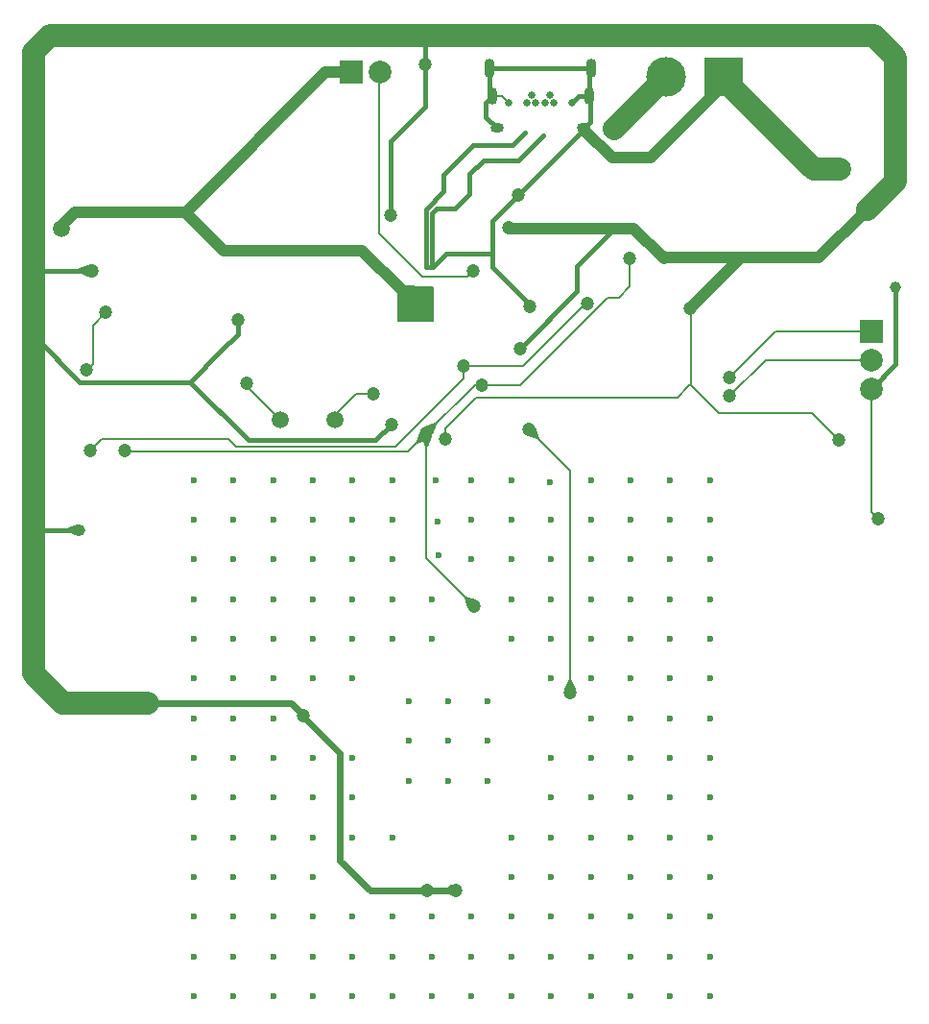
<source format=gbl>
%TF.GenerationSoftware,KiCad,Pcbnew,9.0.1*%
%TF.CreationDate,2025-04-14T20:06:37-03:00*%
%TF.ProjectId,SRAD_computer,53524144-5f63-46f6-9d70-757465722e6b,rev?*%
%TF.SameCoordinates,Original*%
%TF.FileFunction,Copper,L2,Bot*%
%TF.FilePolarity,Positive*%
%FSLAX46Y46*%
G04 Gerber Fmt 4.6, Leading zero omitted, Abs format (unit mm)*
G04 Created by KiCad (PCBNEW 9.0.1) date 2025-04-14 20:06:37*
%MOMM*%
%LPD*%
G01*
G04 APERTURE LIST*
%TA.AperFunction,ComponentPad*%
%ADD10C,0.650000*%
%TD*%
%TA.AperFunction,ComponentPad*%
%ADD11O,0.900000X1.700000*%
%TD*%
%TA.AperFunction,ComponentPad*%
%ADD12O,0.900000X1.500000*%
%TD*%
%TA.AperFunction,ComponentPad*%
%ADD13O,1.150000X0.900000*%
%TD*%
%TA.AperFunction,ComponentPad*%
%ADD14C,1.500000*%
%TD*%
%TA.AperFunction,ComponentPad*%
%ADD15R,2.000000X2.000000*%
%TD*%
%TA.AperFunction,ComponentPad*%
%ADD16C,2.000000*%
%TD*%
%TA.AperFunction,ComponentPad*%
%ADD17R,3.500000X3.500000*%
%TD*%
%TA.AperFunction,ComponentPad*%
%ADD18C,3.500000*%
%TD*%
%TA.AperFunction,ComponentPad*%
%ADD19C,0.600000*%
%TD*%
%TA.AperFunction,ViaPad*%
%ADD20C,0.600000*%
%TD*%
%TA.AperFunction,ViaPad*%
%ADD21C,1.200000*%
%TD*%
%TA.AperFunction,ViaPad*%
%ADD22C,1.500000*%
%TD*%
%TA.AperFunction,ViaPad*%
%ADD23C,2.000000*%
%TD*%
%TA.AperFunction,ViaPad*%
%ADD24C,1.000000*%
%TD*%
%TA.AperFunction,Conductor*%
%ADD25C,1.000000*%
%TD*%
%TA.AperFunction,Conductor*%
%ADD26C,0.400000*%
%TD*%
%TA.AperFunction,Conductor*%
%ADD27C,0.200000*%
%TD*%
%TA.AperFunction,Conductor*%
%ADD28C,2.000000*%
%TD*%
%TA.AperFunction,Conductor*%
%ADD29C,0.600000*%
%TD*%
G04 APERTURE END LIST*
D10*
%TO.P,J7,B1,GND__2*%
%TO.N,GND*%
X99780000Y-42990000D03*
%TO.P,J7,B4,VBUS__2*%
%TO.N,VBUS*%
X101380000Y-42990000D03*
%TO.P,J7,B5,CC2*%
%TO.N,unconnected-(J7-CC2-PadB5)*%
X101780000Y-42290000D03*
%TO.P,J7,B6,DP2*%
%TO.N,/USB_D+*%
X102180000Y-42990000D03*
%TO.P,J7,B7,DN2*%
%TO.N,/USB_D-*%
X102980000Y-42990000D03*
%TO.P,J7,B8,SBU2*%
%TO.N,unconnected-(J7-SBU2-PadB8)*%
X103380000Y-42290000D03*
%TO.P,J7,B9,VBUS__3*%
%TO.N,VBUS*%
X103780000Y-42990000D03*
%TO.P,J7,B12,GND__3*%
%TO.N,GND*%
X105380000Y-42990000D03*
D11*
%TO.P,J7,SH1,SHIELD*%
X107080000Y-39870000D03*
D12*
%TO.P,J7,SH2,SHIELD__1*%
X106855000Y-42390000D03*
D13*
%TO.P,J7,SH3,SHIELD__2*%
X106425000Y-45190000D03*
%TO.P,J7,SH4,SHIELD__3*%
X98735000Y-45190000D03*
D12*
%TO.P,J7,SH5,SHIELD__4*%
X98305000Y-42390000D03*
D11*
%TO.P,J7,SH6,SHIELD__5*%
X98080000Y-39870000D03*
%TD*%
D14*
%TO.P,Y1,1,1*%
%TO.N,Net-(C3-Pad1)*%
X79590000Y-70882984D03*
%TO.P,Y1,2,2*%
%TO.N,/XIN*%
X84470000Y-70882984D03*
%TD*%
D15*
%TO.P,J5,1,1*%
%TO.N,/UART_Rx*%
X131810000Y-63105000D03*
D16*
%TO.P,J5,2,2*%
%TO.N,/UART_Tx*%
X131810000Y-65645000D03*
%TO.P,J5,3,3*%
%TO.N,GND*%
X131810000Y-68185000D03*
%TD*%
D15*
%TO.P,J1,1,1*%
%TO.N,GND*%
X85860000Y-40270000D03*
D16*
%TO.P,J1,2,2*%
%TO.N,/servo*%
X88400000Y-40270000D03*
%TD*%
D17*
%TO.P,J4,1,1*%
%TO.N,GND*%
X118770000Y-40642836D03*
D18*
%TO.P,J4,2,2*%
%TO.N,VBUS*%
X113690000Y-40642836D03*
%TD*%
D19*
%TO.P,U3,57,GND*%
%TO.N,GND*%
X90275000Y-59412836D03*
X90275000Y-60687836D03*
X90275000Y-61962836D03*
X91550000Y-59412836D03*
X91550000Y-60687836D03*
X91550000Y-61962836D03*
X92825000Y-59412836D03*
X92825000Y-60687836D03*
X92825000Y-61962836D03*
%TD*%
D20*
%TO.N,GND*%
X117520000Y-118202984D03*
X110520000Y-121702984D03*
X79020000Y-90202984D03*
X103520000Y-118202984D03*
X117520000Y-83202984D03*
X72020000Y-118202984D03*
X96520000Y-83202984D03*
X100020000Y-111202984D03*
X100020000Y-90202984D03*
X89520000Y-118202984D03*
X72020000Y-76202984D03*
X114020000Y-90202984D03*
X72020000Y-79702984D03*
X114020000Y-79702984D03*
X79020000Y-79702984D03*
X107020000Y-100702984D03*
X100020000Y-86702984D03*
X117520000Y-107702984D03*
X103520000Y-86702984D03*
X72020000Y-90202984D03*
X107020000Y-86702984D03*
X94460000Y-102702984D03*
D21*
X100636492Y-51076492D03*
D20*
X86020000Y-86702984D03*
X93370000Y-76210000D03*
X90960000Y-102702984D03*
X103520000Y-114702984D03*
X114020000Y-93702984D03*
X96520000Y-114702984D03*
X110520000Y-90202984D03*
X75520000Y-114702984D03*
X72020000Y-104202984D03*
X117520000Y-97202984D03*
X72020000Y-107702984D03*
X82520000Y-111202984D03*
X100020000Y-114702984D03*
X114020000Y-86702984D03*
D21*
X64240000Y-61432836D03*
D20*
X82520000Y-100702984D03*
X103520000Y-107702984D03*
X117520000Y-104202984D03*
X72020000Y-86702984D03*
X79020000Y-76202984D03*
X107020000Y-121702984D03*
X107020000Y-76202984D03*
X100020000Y-83202984D03*
X79020000Y-97202984D03*
X117520000Y-114702984D03*
X82520000Y-118202984D03*
X75520000Y-86702984D03*
X107020000Y-93702984D03*
X90960000Y-99202984D03*
X107020000Y-79702984D03*
X82520000Y-79702984D03*
X86020000Y-76202984D03*
X93020000Y-90202984D03*
X86020000Y-114702984D03*
X79020000Y-93702984D03*
X114020000Y-97202984D03*
D21*
X62534328Y-66528508D03*
D20*
X103400000Y-76430000D03*
X100020000Y-107702984D03*
X93510000Y-79910000D03*
X75520000Y-100702984D03*
X96520000Y-76202984D03*
X75520000Y-97202984D03*
X93020000Y-86702984D03*
X79020000Y-104202984D03*
X97960000Y-95702984D03*
X86020000Y-104202984D03*
X72020000Y-114702984D03*
X82520000Y-104202984D03*
X110520000Y-97202984D03*
X103520000Y-83202984D03*
X72020000Y-97202984D03*
X107020000Y-83202984D03*
X89520000Y-114702984D03*
X114020000Y-76202984D03*
X110520000Y-104202984D03*
X75520000Y-121702984D03*
X110520000Y-107702984D03*
X75520000Y-104202984D03*
X117520000Y-86702984D03*
X79020000Y-86702984D03*
X93020000Y-121702984D03*
X103520000Y-90202984D03*
D21*
X101630000Y-60872984D03*
D20*
X79020000Y-100702984D03*
X117520000Y-121702984D03*
X82520000Y-121702984D03*
X107020000Y-97202984D03*
X82520000Y-93702984D03*
X110520000Y-86702984D03*
X93020000Y-118202984D03*
X94460000Y-95702984D03*
X100020000Y-76202984D03*
X75520000Y-83202984D03*
X100020000Y-118202984D03*
X117520000Y-93702984D03*
X93020000Y-114702984D03*
X93560000Y-82810000D03*
X103520000Y-121702984D03*
X89520000Y-86702984D03*
X117520000Y-100702984D03*
X86020000Y-100702984D03*
X100020000Y-79702984D03*
X110520000Y-111202984D03*
X107020000Y-118202984D03*
X114020000Y-83202984D03*
X110520000Y-76202984D03*
X114020000Y-104202984D03*
X72020000Y-121702984D03*
X107020000Y-111202984D03*
X103520000Y-100702984D03*
X75520000Y-93702984D03*
X72020000Y-93702984D03*
X86020000Y-121702984D03*
X86020000Y-90202984D03*
X82520000Y-114702984D03*
D21*
X132358091Y-79591909D03*
D20*
X89520000Y-121702984D03*
X110520000Y-83202984D03*
X82520000Y-76202984D03*
X89520000Y-83202984D03*
X110520000Y-79702984D03*
X96520000Y-79702984D03*
X72020000Y-83202984D03*
X114020000Y-111202984D03*
X114020000Y-118202984D03*
X117520000Y-90202984D03*
X107020000Y-90202984D03*
X110520000Y-114702984D03*
X96520000Y-118202984D03*
X79020000Y-111202984D03*
X94460000Y-99202984D03*
X117520000Y-111202984D03*
X82520000Y-86702984D03*
X110520000Y-118202984D03*
X75520000Y-90202984D03*
X96520000Y-121702984D03*
X107020000Y-107702984D03*
X89520000Y-76202984D03*
X97960000Y-102702984D03*
X90960000Y-95702984D03*
X79020000Y-83202984D03*
X117520000Y-76202984D03*
X72020000Y-111202984D03*
X114020000Y-107702984D03*
X75520000Y-111202984D03*
X86020000Y-79702984D03*
X110520000Y-93702984D03*
X89520000Y-79702984D03*
X117520000Y-79702984D03*
X89520000Y-90202984D03*
X82520000Y-83202984D03*
X79020000Y-107702984D03*
X75520000Y-118202984D03*
D22*
X60320000Y-54072836D03*
D20*
X86020000Y-93702984D03*
X86020000Y-118202984D03*
X103520000Y-111202984D03*
X114020000Y-121702984D03*
X103520000Y-104202984D03*
X114020000Y-100702984D03*
X79020000Y-118202984D03*
X86020000Y-107702984D03*
X114020000Y-114702984D03*
X72020000Y-100702984D03*
X86020000Y-83202984D03*
X75520000Y-107702984D03*
X75520000Y-76202984D03*
X79020000Y-114702984D03*
D23*
X128990000Y-48832836D03*
D20*
X100020000Y-121702984D03*
X89520000Y-107702984D03*
X79020000Y-121702984D03*
X97960000Y-99202984D03*
X82520000Y-90202984D03*
X107020000Y-114702984D03*
X103520000Y-93702984D03*
X75520000Y-79702984D03*
X82520000Y-107702984D03*
X107020000Y-104202984D03*
X103520000Y-79702984D03*
D24*
X133920000Y-59192984D03*
D20*
X110520000Y-100702984D03*
D23*
%TO.N,VBUS*%
X109065000Y-45267836D03*
D21*
%TO.N,/XIN*%
X87810000Y-68592984D03*
%TO.N,Net-(C3-Pad1)*%
X76690000Y-67682984D03*
%TO.N,+3V3*%
X89330000Y-52822984D03*
X81700000Y-96972984D03*
X94230000Y-72572984D03*
X92620000Y-112362984D03*
X128940000Y-72672984D03*
X95082500Y-112352984D03*
X89430000Y-71322984D03*
X115810000Y-61052984D03*
X75887107Y-62130091D03*
D23*
X131410000Y-52382836D03*
D21*
X92375000Y-39587836D03*
D24*
X61915707Y-80623691D03*
D21*
X100780000Y-64622984D03*
X113460000Y-56622984D03*
X99760000Y-53992984D03*
X63030000Y-57763927D03*
%TO.N,/servo*%
X96680000Y-57772984D03*
%TO.N,/SCL*%
X97380000Y-67822984D03*
X65910000Y-73632984D03*
X92530000Y-72072984D03*
X96770000Y-87352984D03*
X110470000Y-56652984D03*
%TO.N,/SDA*%
X106708603Y-60651587D03*
X101580000Y-71710000D03*
X62880000Y-73632984D03*
X105220000Y-94952984D03*
X95790000Y-66142984D03*
%TO.N,/UART_Rx*%
X119246397Y-67189381D03*
%TO.N,/UART_Tx*%
X119246397Y-68822984D03*
%TD*%
D25*
%TO.N,GND*%
X74672984Y-56002984D02*
X86865148Y-56002984D01*
X83650000Y-40290000D02*
X71357164Y-52582836D01*
D26*
X100730000Y-46070000D02*
X100720000Y-46070000D01*
D27*
X132358091Y-79591909D02*
X131770000Y-79003818D01*
D26*
X106425000Y-45190000D02*
X106956000Y-44659000D01*
X98735000Y-45190000D02*
X97749391Y-44204391D01*
D27*
X62534328Y-66528508D02*
X63110000Y-65952836D01*
D28*
X126680000Y-48832836D02*
X128990000Y-48832836D01*
D26*
X96330000Y-49222984D02*
X96330000Y-50970000D01*
X98080000Y-39870000D02*
X107080000Y-39870000D01*
X133920000Y-66012984D02*
X133920000Y-59192984D01*
X100636492Y-51076492D02*
X98330000Y-53382984D01*
D25*
X70230000Y-52582836D02*
X71252836Y-52582836D01*
D26*
X92470000Y-52342984D02*
X92470000Y-57442984D01*
D27*
X63110000Y-65952836D02*
X63110000Y-62562836D01*
D25*
X85840000Y-40290000D02*
X85840000Y-40300000D01*
D26*
X101630000Y-60772984D02*
X98330000Y-57472984D01*
X98330000Y-57472984D02*
X98330000Y-56242984D01*
X98080000Y-42165000D02*
X98305000Y-42390000D01*
X94050000Y-50762984D02*
X92470000Y-52342984D01*
X92970000Y-57382984D02*
X93030000Y-57442984D01*
D27*
X63110000Y-62562836D02*
X64240000Y-61432836D01*
D26*
X106956000Y-42491000D02*
X106855000Y-42390000D01*
X100720000Y-46070000D02*
X100117016Y-46672984D01*
X100117016Y-46672984D02*
X96680000Y-46672984D01*
X98080000Y-39870000D02*
X98080000Y-42165000D01*
D27*
X131770000Y-79003818D02*
X131770000Y-68162984D01*
D26*
X106425000Y-45287984D02*
X100636492Y-51076492D01*
D28*
X118770000Y-40642836D02*
X118770000Y-40922836D01*
D26*
X105380000Y-42990000D02*
X105980000Y-42390000D01*
D25*
X112332984Y-47820000D02*
X118770000Y-41382984D01*
D26*
X94050000Y-49302984D02*
X94050000Y-50762984D01*
D25*
X70230000Y-52582836D02*
X61750000Y-52582836D01*
X61700000Y-52632836D02*
X61480000Y-52632836D01*
X61750000Y-52582836D02*
X61700000Y-52632836D01*
D26*
X92470000Y-57442984D02*
X93030000Y-57442984D01*
X93407016Y-52292984D02*
X92970000Y-52730000D01*
X93040000Y-57452984D02*
X93060000Y-57472984D01*
D25*
X71252836Y-52582836D02*
X74672984Y-56002984D01*
D26*
X95007016Y-52292984D02*
X93407016Y-52292984D01*
X96330000Y-50970000D02*
X95007016Y-52292984D01*
X97749391Y-42945609D02*
X98305000Y-42390000D01*
X101630000Y-60872984D02*
X101630000Y-60772984D01*
X93060000Y-57472984D02*
X94290000Y-56242984D01*
D28*
X118770000Y-40922836D02*
X126680000Y-48832836D01*
D25*
X106425000Y-45345000D02*
X108900000Y-47820000D01*
D26*
X92970000Y-52730000D02*
X92970000Y-57382984D01*
D25*
X60320000Y-53792836D02*
X60320000Y-54072836D01*
D26*
X102800000Y-45860000D02*
X102800000Y-45870000D01*
D25*
X85840000Y-40290000D02*
X83650000Y-40290000D01*
D26*
X105980000Y-42390000D02*
X106855000Y-42390000D01*
D25*
X61480000Y-52632836D02*
X60320000Y-53792836D01*
D27*
X99204140Y-42390000D02*
X99558970Y-42744830D01*
D26*
X106425000Y-45190000D02*
X106425000Y-45287984D01*
X102800000Y-45870000D02*
X100667016Y-48002984D01*
X98330000Y-53382984D02*
X98330000Y-56242984D01*
X131770000Y-68162984D02*
X133920000Y-66012984D01*
X96680000Y-46672984D02*
X94050000Y-49302984D01*
X97550000Y-48002984D02*
X96330000Y-49222984D01*
X93030000Y-57442984D02*
X93040000Y-57452984D01*
X101250000Y-45550000D02*
X100730000Y-46070000D01*
D25*
X108900000Y-47820000D02*
X112332984Y-47820000D01*
D26*
X106855000Y-42390000D02*
X106855000Y-40095000D01*
X100667016Y-48002984D02*
X97550000Y-48002984D01*
X94290000Y-56242984D02*
X98330000Y-56242984D01*
D27*
X98305000Y-42390000D02*
X99204140Y-42390000D01*
D25*
X86865148Y-56002984D02*
X90275000Y-59412836D01*
D26*
X97749391Y-44204391D02*
X97749391Y-42945609D01*
X106855000Y-40095000D02*
X107080000Y-39870000D01*
D25*
X118770000Y-41382984D02*
X118770000Y-40642836D01*
X71357164Y-52582836D02*
X70230000Y-52582836D01*
D26*
X106956000Y-44659000D02*
X106956000Y-42491000D01*
D28*
%TO.N,VBUS*%
X113690000Y-40642836D02*
X109065000Y-45267836D01*
D27*
%TO.N,/XIN*%
X86340000Y-68592984D02*
X84170000Y-70762984D01*
X87810000Y-68592984D02*
X86340000Y-68592984D01*
%TO.N,Net-(C3-Pad1)*%
X76690000Y-67912984D02*
X79810000Y-71032984D01*
X76690000Y-67682984D02*
X76690000Y-67912984D01*
X79810000Y-71032984D02*
X80050000Y-71032984D01*
D26*
%TO.N,+3V3*%
X63030000Y-57763927D02*
X58208909Y-57763927D01*
D28*
X133940000Y-38962984D02*
X132000000Y-37022984D01*
D29*
X87560000Y-112362984D02*
X84920397Y-109723381D01*
D27*
X94230000Y-72572984D02*
X94230000Y-71622984D01*
X115650000Y-67952984D02*
X115830000Y-67772984D01*
X114680000Y-68922984D02*
X115650000Y-67952984D01*
D29*
X68630693Y-95852984D02*
X80580000Y-95852984D01*
X95082500Y-112352984D02*
X92630000Y-112352984D01*
D26*
X75887107Y-63345877D02*
X74420000Y-64812984D01*
D27*
X96930000Y-68922984D02*
X114680000Y-68922984D01*
D28*
X59290000Y-37022984D02*
X57860000Y-38452984D01*
D29*
X92620000Y-112362984D02*
X87560000Y-112362984D01*
X84920397Y-109723381D02*
X84920397Y-100273280D01*
D27*
X118300000Y-70272984D02*
X115815000Y-67787984D01*
D25*
X110797016Y-54020000D02*
X107870000Y-54020000D01*
X115810000Y-61052984D02*
X120240000Y-56622984D01*
D26*
X71660148Y-67572836D02*
X61950000Y-67572836D01*
D28*
X57860000Y-93290000D02*
X60422984Y-95852984D01*
D26*
X71660148Y-67572836D02*
X74420000Y-64812984D01*
D27*
X115830000Y-67772984D02*
X115830000Y-61072984D01*
D28*
X60422984Y-95852984D02*
X67930000Y-95852984D01*
D26*
X88040000Y-72712984D02*
X76800296Y-72712984D01*
D27*
X94230000Y-71622984D02*
X96930000Y-68922984D01*
D25*
X113400000Y-56622984D02*
X110797016Y-54020000D01*
D26*
X92630000Y-112352984D02*
X92620000Y-112362984D01*
X89330000Y-52822984D02*
X89330000Y-46370000D01*
X58208909Y-57763927D02*
X57860000Y-58112836D01*
D25*
X127169852Y-56622984D02*
X131410000Y-52382836D01*
D26*
X61915707Y-80623691D02*
X58025707Y-80623691D01*
D25*
X107870000Y-54020000D02*
X99787016Y-54020000D01*
X113460000Y-56622984D02*
X113400000Y-56622984D01*
D28*
X132000000Y-37022984D02*
X59290000Y-37022984D01*
D26*
X89430000Y-71322984D02*
X88040000Y-72712984D01*
X61950000Y-67572836D02*
X58100148Y-63722984D01*
D25*
X120240000Y-56622984D02*
X127169852Y-56622984D01*
D26*
X92375000Y-43325000D02*
X92375000Y-39587836D01*
X105830000Y-57342984D02*
X105830000Y-59572984D01*
X89330000Y-46370000D02*
X92375000Y-43325000D01*
D28*
X131420000Y-52382836D02*
X133940000Y-49862836D01*
D26*
X81700000Y-97052883D02*
X81700000Y-96972984D01*
X105830000Y-59572984D02*
X100780000Y-64622984D01*
D27*
X95082500Y-112352984D02*
X94250000Y-112352984D01*
X115830000Y-61072984D02*
X115810000Y-61052984D01*
D25*
X108707016Y-54020000D02*
X107870000Y-54020000D01*
D28*
X133940000Y-49862836D02*
X133940000Y-38962984D01*
D27*
X126540000Y-70272984D02*
X118300000Y-70272984D01*
D26*
X58100148Y-63722984D02*
X57850000Y-63722984D01*
D27*
X115815000Y-67787984D02*
X115650000Y-67952984D01*
D28*
X57860000Y-38452984D02*
X57860000Y-93290000D01*
D29*
X67910397Y-96573280D02*
X68630693Y-95852984D01*
D26*
X75887107Y-62130091D02*
X75887107Y-63345877D01*
D25*
X113460000Y-56622984D02*
X120240000Y-56622984D01*
D29*
X80580000Y-95852984D02*
X81300296Y-96573280D01*
D26*
X92430000Y-39532836D02*
X92375000Y-39587836D01*
X108930000Y-54242984D02*
X105830000Y-57342984D01*
X76800296Y-72712984D02*
X71660148Y-67572836D01*
D28*
X131410000Y-52382836D02*
X131420000Y-52382836D01*
D26*
X81300296Y-96573280D02*
X81700000Y-96972984D01*
X91890000Y-37331836D02*
X92430000Y-37871836D01*
D27*
X128940000Y-72672984D02*
X126540000Y-70272984D01*
D26*
X92430000Y-37871836D02*
X92430000Y-39532836D01*
D25*
X99787016Y-54020000D02*
X99760000Y-53992984D01*
D29*
X84920397Y-100273280D02*
X81700000Y-97052883D01*
D27*
%TO.N,/servo*%
X91748508Y-57821492D02*
X92200000Y-58272984D01*
X91590000Y-57662984D02*
X91748508Y-57821492D01*
X92200000Y-58272984D02*
X96180000Y-58272984D01*
X91741492Y-57821492D02*
X88380000Y-54460000D01*
X96180000Y-58272984D02*
X96680000Y-57772984D01*
X91748508Y-57821492D02*
X91741492Y-57821492D01*
X88380000Y-54460000D02*
X88380000Y-40290000D01*
%TO.N,/SCL*%
X92530000Y-72072984D02*
X90919579Y-73683405D01*
X97380000Y-67822984D02*
X100810000Y-67822984D01*
X110470000Y-59162984D02*
X110470000Y-56652984D01*
X65910000Y-73632984D02*
X65960421Y-73683405D01*
X96780000Y-67822984D02*
X97380000Y-67822984D01*
X65960421Y-73683405D02*
X90919579Y-73683405D01*
X96760000Y-87352984D02*
X96770000Y-87352984D01*
X92530000Y-72072984D02*
X96780000Y-67822984D01*
X109490000Y-60142984D02*
X110470000Y-59162984D01*
X100810000Y-67822984D02*
X108490000Y-60142984D01*
X108490000Y-60142984D02*
X109490000Y-60142984D01*
X92530000Y-72072984D02*
X92530000Y-83122984D01*
X92530000Y-83122984D02*
X96760000Y-87352984D01*
%TO.N,/SDA*%
X63910000Y-72602984D02*
X75080000Y-72602984D01*
X101580000Y-71710000D02*
X101580000Y-71740000D01*
X106561397Y-60651587D02*
X101070000Y-66142984D01*
X101580000Y-71740000D02*
X105220000Y-75380000D01*
X62880000Y-73632984D02*
X63910000Y-72602984D01*
X95800000Y-67262984D02*
X95790000Y-67252984D01*
X95790000Y-67252984D02*
X95790000Y-66142984D01*
X89810000Y-73252984D02*
X95800000Y-67262984D01*
X101070000Y-66142984D02*
X95790000Y-66142984D01*
X75730000Y-73252984D02*
X89810000Y-73252984D01*
X75080000Y-72602984D02*
X75730000Y-73252984D01*
X105220000Y-75380000D02*
X105220000Y-94952984D01*
X106708603Y-60651587D02*
X106561397Y-60651587D01*
%TO.N,/UART_Rx*%
X131747984Y-63105000D02*
X131770000Y-63082984D01*
X123330778Y-63105000D02*
X131747984Y-63105000D01*
X119246397Y-67189381D02*
X123330778Y-63105000D01*
%TO.N,/UART_Tx*%
X122430000Y-65622984D02*
X119230000Y-68822984D01*
X131770000Y-65622984D02*
X122430000Y-65622984D01*
%TD*%
%TA.AperFunction,Conductor*%
%TO.N,GND*%
G36*
X93016390Y-59092448D02*
G01*
X93083366Y-59112342D01*
X93128955Y-59165289D01*
X93140000Y-59216447D01*
X93140000Y-62159224D01*
X93120315Y-62226263D01*
X93067511Y-62272018D01*
X93016389Y-62283223D01*
X90074389Y-62292446D01*
X90007288Y-62272972D01*
X89961368Y-62220312D01*
X89950000Y-62168447D01*
X89950000Y-59207224D01*
X89969685Y-59140185D01*
X90022489Y-59094430D01*
X90074384Y-59083225D01*
X93016390Y-59092448D01*
G37*
%TD.AperFunction*%
%TD*%
%TA.AperFunction,Conductor*%
%TO.N,+3V3*%
G36*
X62909107Y-57180492D02*
G01*
X62915148Y-57187102D01*
X62915620Y-57188789D01*
X63030538Y-57761626D01*
X63030538Y-57766228D01*
X62915620Y-58339064D01*
X62910633Y-58346502D01*
X62901848Y-58348234D01*
X62900161Y-58347762D01*
X61849241Y-57966723D01*
X61842631Y-57960682D01*
X61841529Y-57955724D01*
X61841529Y-57572129D01*
X61844956Y-57563856D01*
X61849238Y-57561131D01*
X62900162Y-57180091D01*
X62909107Y-57180492D01*
G37*
%TD.AperFunction*%
%TD*%
%TA.AperFunction,Conductor*%
%TO.N,+3V3*%
G36*
X61814589Y-80138063D02*
G01*
X61820406Y-80144870D01*
X61820751Y-80146184D01*
X61916243Y-80621386D01*
X61916243Y-80625996D01*
X61820751Y-81101197D01*
X61815761Y-81108633D01*
X61806975Y-81110363D01*
X61805661Y-81110018D01*
X60933395Y-80826319D01*
X60926588Y-80820502D01*
X60925314Y-80815193D01*
X60925314Y-80432188D01*
X60928741Y-80423915D01*
X60933392Y-80421063D01*
X61805663Y-80137363D01*
X61814589Y-80138063D01*
G37*
%TD.AperFunction*%
%TD*%
%TA.AperFunction,Conductor*%
%TO.N,+3V3*%
G36*
X94755662Y-111863881D02*
G01*
X94756241Y-111864671D01*
X95079134Y-112346470D01*
X95080893Y-112355251D01*
X95079134Y-112359498D01*
X94756241Y-112841296D01*
X94748789Y-112846260D01*
X94740008Y-112844501D01*
X94739218Y-112843922D01*
X94254396Y-112456496D01*
X94250072Y-112448654D01*
X94250000Y-112447356D01*
X94250000Y-112258611D01*
X94253427Y-112250338D01*
X94254396Y-112249471D01*
X94735932Y-111864671D01*
X94739218Y-111862044D01*
X94747820Y-111859557D01*
X94755662Y-111863881D01*
G37*
%TD.AperFunction*%
%TD*%
%TA.AperFunction,Conductor*%
%TO.N,/SCL*%
G36*
X92523014Y-72070758D02*
G01*
X92530466Y-72075722D01*
X92532225Y-72079969D01*
X92645111Y-72651620D01*
X92643352Y-72660401D01*
X92637633Y-72664882D01*
X91767338Y-72981522D01*
X91758392Y-72981130D01*
X91755065Y-72978800D01*
X91624183Y-72847918D01*
X91620756Y-72839645D01*
X91621459Y-72835651D01*
X91938102Y-71965348D01*
X91944150Y-71958747D01*
X91951363Y-71957872D01*
X92523014Y-72070758D01*
G37*
%TD.AperFunction*%
%TD*%
%TA.AperFunction,Conductor*%
%TO.N,/SCL*%
G36*
X93301607Y-71164837D02*
G01*
X93304934Y-71167167D01*
X93435816Y-71298049D01*
X93439243Y-71306322D01*
X93438538Y-71310322D01*
X93121898Y-72180617D01*
X93115849Y-72187220D01*
X93108636Y-72188095D01*
X92536985Y-72075209D01*
X92529533Y-72070245D01*
X92527774Y-72065998D01*
X92414888Y-71494347D01*
X92416647Y-71485566D01*
X92422364Y-71481086D01*
X93292664Y-71164445D01*
X93301607Y-71164837D01*
G37*
%TD.AperFunction*%
%TD*%
%TA.AperFunction,Conductor*%
%TO.N,/SCL*%
G36*
X92536511Y-72076348D02*
G01*
X93020555Y-72400745D01*
X93025519Y-72408197D01*
X93024644Y-72415410D01*
X92633150Y-73254701D01*
X92626547Y-73260750D01*
X92622547Y-73261455D01*
X92437453Y-73261455D01*
X92429180Y-73258028D01*
X92426850Y-73254701D01*
X92035355Y-72415410D01*
X92034963Y-72406464D01*
X92039442Y-72400747D01*
X92523487Y-72076348D01*
X92532267Y-72074590D01*
X92536511Y-72076348D01*
G37*
%TD.AperFunction*%
%TD*%
%TA.AperFunction,Conductor*%
%TO.N,/SCL*%
G36*
X96002298Y-86449378D02*
G01*
X96877546Y-86761126D01*
X96884189Y-86767130D01*
X96885098Y-86774415D01*
X96772225Y-87345998D01*
X96767261Y-87353450D01*
X96763014Y-87355209D01*
X96191295Y-87468109D01*
X96182514Y-87466350D01*
X96178062Y-87460707D01*
X95856529Y-86595356D01*
X95856859Y-86586408D01*
X95859220Y-86583012D01*
X95990105Y-86452127D01*
X95998377Y-86448701D01*
X96002298Y-86449378D01*
G37*
%TD.AperFunction*%
%TD*%
%TA.AperFunction,Conductor*%
%TO.N,/SDA*%
G36*
X102167214Y-71596687D02*
G01*
X102171773Y-71602628D01*
X102473732Y-72487767D01*
X102473160Y-72496704D01*
X102470932Y-72499818D01*
X102340055Y-72630695D01*
X102331782Y-72634122D01*
X102327556Y-72633332D01*
X101472099Y-72302016D01*
X101465622Y-72295833D01*
X101464847Y-72288842D01*
X101577774Y-71716984D01*
X101582738Y-71709533D01*
X101586985Y-71707774D01*
X102158433Y-71594928D01*
X102167214Y-71596687D01*
G37*
%TD.AperFunction*%
%TD*%
%TA.AperFunction,Conductor*%
%TO.N,/SDA*%
G36*
X105320820Y-93767940D02*
G01*
X105323150Y-93771267D01*
X105714644Y-94610557D01*
X105715036Y-94619503D01*
X105710555Y-94625222D01*
X105226514Y-94949618D01*
X105217733Y-94951377D01*
X105213486Y-94949618D01*
X104729444Y-94625222D01*
X104724480Y-94617770D01*
X104725354Y-94610559D01*
X105116850Y-93771267D01*
X105123453Y-93765218D01*
X105127453Y-93764513D01*
X105312547Y-93764513D01*
X105320820Y-93767940D01*
G37*
%TD.AperFunction*%
%TD*%
M02*

</source>
